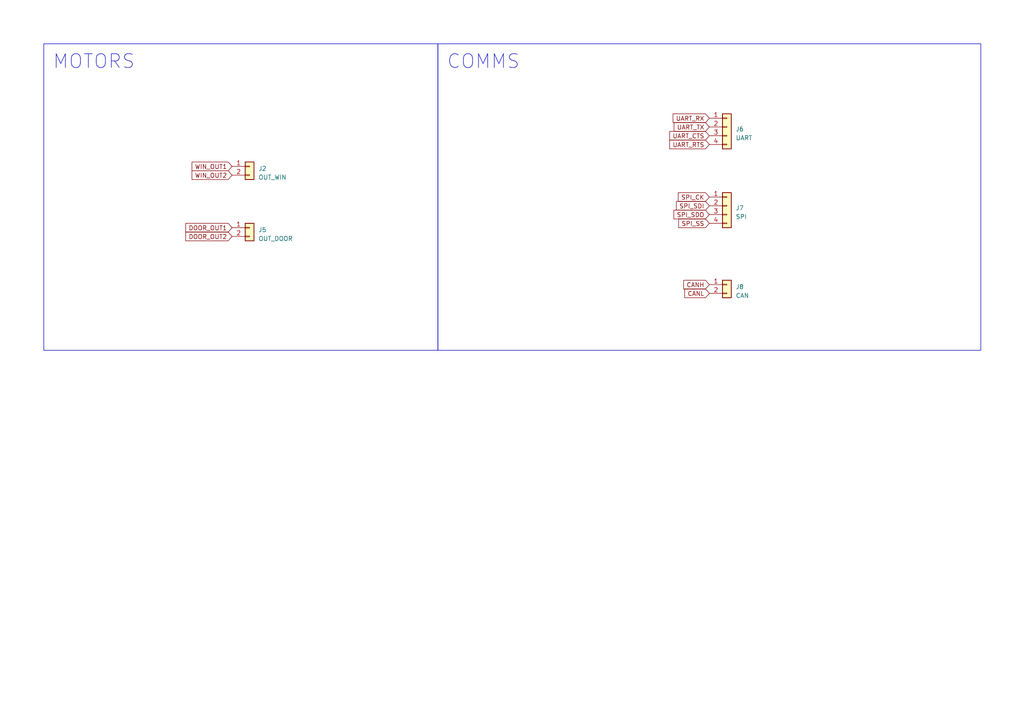
<source format=kicad_sch>
(kicad_sch (version 20230121) (generator eeschema)
  (paper "A4")
  (lib_symbols
    (symbol "Connector_Generic:Conn_01x02" (pin_names (offset 1.016) hide)
      (property "Reference" "J" (at 0 2.54 0))
      (property "Value" "Conn_01x02" (at 0 -5.08 0))
      (symbol "Conn_01x02_1_1"
        (rectangle (start -1.27 -2.413) (end 0 -2.667) (stroke (width 0.1524)))
        (rectangle (start -1.27 0.127) (end 0 -0.127) (stroke (width 0.1524)))
        (rectangle (start -1.27 1.27) (end 1.27 -3.81) (stroke (width 0.254)) (fill (type background)))
        (pin passive line (at -5.08 0 0) (length 3.81) (name "Pin_1") (number "1"))
        (pin passive line (at -5.08 -2.54 0) (length 3.81) (name "Pin_2") (number "2"))
      )
    )
    (symbol "Connector_Generic:Conn_01x04" (pin_names (offset 1.016) hide)
      (property "Reference" "J" (at 0 5.08 0))
      (property "Value" "Conn_01x04" (at 0 -7.62 0))
      (symbol "Conn_01x04_1_1"
        (rectangle (start -1.27 -4.953) (end 0 -5.207) (stroke (width 0.1524)))
        (rectangle (start -1.27 -2.413) (end 0 -2.667) (stroke (width 0.1524)))
        (rectangle (start -1.27 0.127) (end 0 -0.127) (stroke (width 0.1524)))
        (rectangle (start -1.27 2.667) (end 0 2.413) (stroke (width 0.1524)))
        (rectangle (start -1.27 3.81) (end 1.27 -6.35) (stroke (width 0.254)) (fill (type background)))
        (pin passive line (at -5.08 2.54 0) (length 3.81) (name "Pin_1") (number "1"))
        (pin passive line (at -5.08 0 0) (length 3.81) (name "Pin_2") (number "2"))
        (pin passive line (at -5.08 -2.54 0) (length 3.81) (name "Pin_3") (number "3"))
        (pin passive line (at -5.08 -5.08 0) (length 3.81) (name "Pin_4") (number "4"))
      )
    )
  )
  (rectangle (start 127 12.7) (end 284.48 101.6))
  (rectangle (start 12.7 12.7) (end 127 101.6))
  (text "COMMS" (at 129.54 20.32 0) (effects (font (size 4 4)) (justify left bottom)))
  (text "MOTORS" (at 15.24 20.32 0) (effects (font (size 4 4)) (justify left bottom)))
  (global_label "CANL" (shape input) (at 205.74 85.09 180) (property "Intersheetrefs" "${INTERSHEET_REFS}" (effects hide)))
  (global_label "UART_CTS" (shape input) (at 205.74 39.37 180) (property "Intersheetrefs" "${INTERSHEET_REFS}" (effects hide)))
  (global_label "SPI_SDI" (shape input) (at 205.74 59.69 180) (property "Intersheetrefs" "${INTERSHEET_REFS}" (effects hide)))
  (global_label "SPI_SS" (shape input) (at 205.74 64.77 180) (property "Intersheetrefs" "${INTERSHEET_REFS}" (effects hide)))
  (global_label "DOOR_OUT2" (shape input) (at 67.31 68.58 180) (property "Intersheetrefs" "${INTERSHEET_REFS}" (effects hide)))
  (global_label "UART_RX" (shape input) (at 205.74 34.29 180) (property "Intersheetrefs" "${INTERSHEET_REFS}" (effects hide)))
  (global_label "WIN_OUT1" (shape input) (at 67.31 48.26 180) (property "Intersheetrefs" "${INTERSHEET_REFS}" (effects hide)))
  (global_label "WIN_OUT2" (shape input) (at 67.31 50.8 180) (property "Intersheetrefs" "${INTERSHEET_REFS}" (effects hide)))
  (global_label "CANH" (shape input) (at 205.74 82.55 180) (property "Intersheetrefs" "${INTERSHEET_REFS}" (effects hide)))
  (global_label "UART_RTS" (shape input) (at 205.74 41.91 180) (property "Intersheetrefs" "${INTERSHEET_REFS}" (effects hide)))
  (global_label "DOOR_OUT1" (shape input) (at 67.31 66.04 180) (property "Intersheetrefs" "${INTERSHEET_REFS}" (effects hide)))
  (global_label "UART_TX" (shape input) (at 205.74 36.83 180) (property "Intersheetrefs" "${INTERSHEET_REFS}" (effects hide)))
  (global_label "SPI_SDO" (shape input) (at 205.74 62.23 180) (property "Intersheetrefs" "${INTERSHEET_REFS}" (effects hide)))
  (global_label "SPI_CK" (shape input) (at 205.74 57.15 180) (property "Intersheetrefs" "${INTERSHEET_REFS}" (effects hide)))
  (symbol (lib_id "Connector_Generic:Conn_01x04") (at 210.82 36.83 0) (unit 1)
    (property "Reference" "J6" (at 213.36 37.465 0) (effects (justify left)))
    (property "Value" "UART" (at 213.36 40.005 0) (effects (justify left)))
  )
  (symbol (lib_id "Connector_Generic:Conn_01x02") (at 210.82 82.55 0) (unit 1)
    (property "Reference" "J8" (at 213.36 83.185 0) (effects (justify left)))
    (property "Value" "CAN" (at 213.36 85.725 0) (effects (justify left)))
  )
  (symbol (lib_id "Connector_Generic:Conn_01x04") (at 210.82 59.69 0) (unit 1)
    (property "Reference" "J7" (at 213.36 60.325 0) (effects (justify left)))
    (property "Value" "SPI" (at 213.36 62.865 0) (effects (justify left)))
  )
  (symbol (lib_id "Connector_Generic:Conn_01x02") (at 72.39 48.26 0) (unit 1)
    (property "Reference" "J2" (at 74.93 48.895 0) (effects (justify left)))
    (property "Value" "OUT_WIN" (at 74.93 51.435 0) (effects (justify left)))
  )
  (symbol (lib_id "Connector_Generic:Conn_01x02") (at 72.39 66.04 0) (unit 1)
    (property "Reference" "J5" (at 74.93 66.675 0) (effects (justify left)))
    (property "Value" "OUT_DOOR" (at 74.93 69.215 0) (effects (justify left)))
  )
)
</source>
